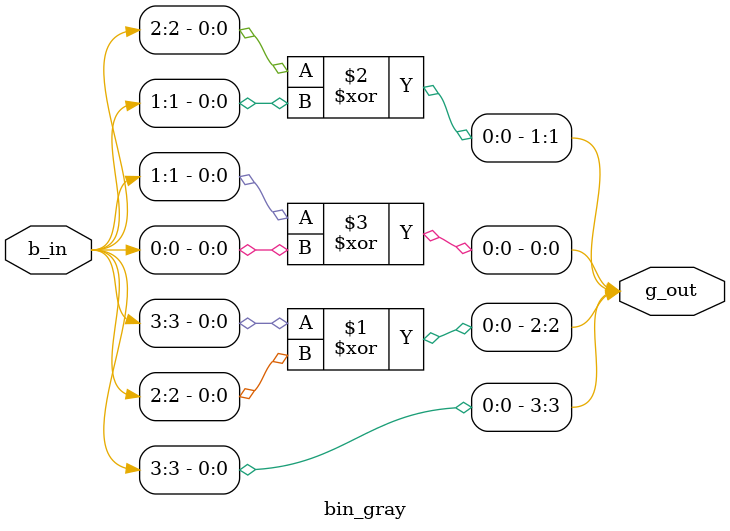
<source format=v>
module bin_gray
#(parameter WIDTH = 4)
 ( b_in , g_out );
input [WIDTH-1:0] b_in ;
output [WIDTH-1:0] g_out ;


assign g_out[3] = b_in[3];
assign g_out[2] = b_in[3] ^ b_in[2];
assign g_out[1] = b_in[2] ^ b_in[1];
assign g_out[0] = b_in[1] ^ b_in[0]; 

endmodule
</source>
